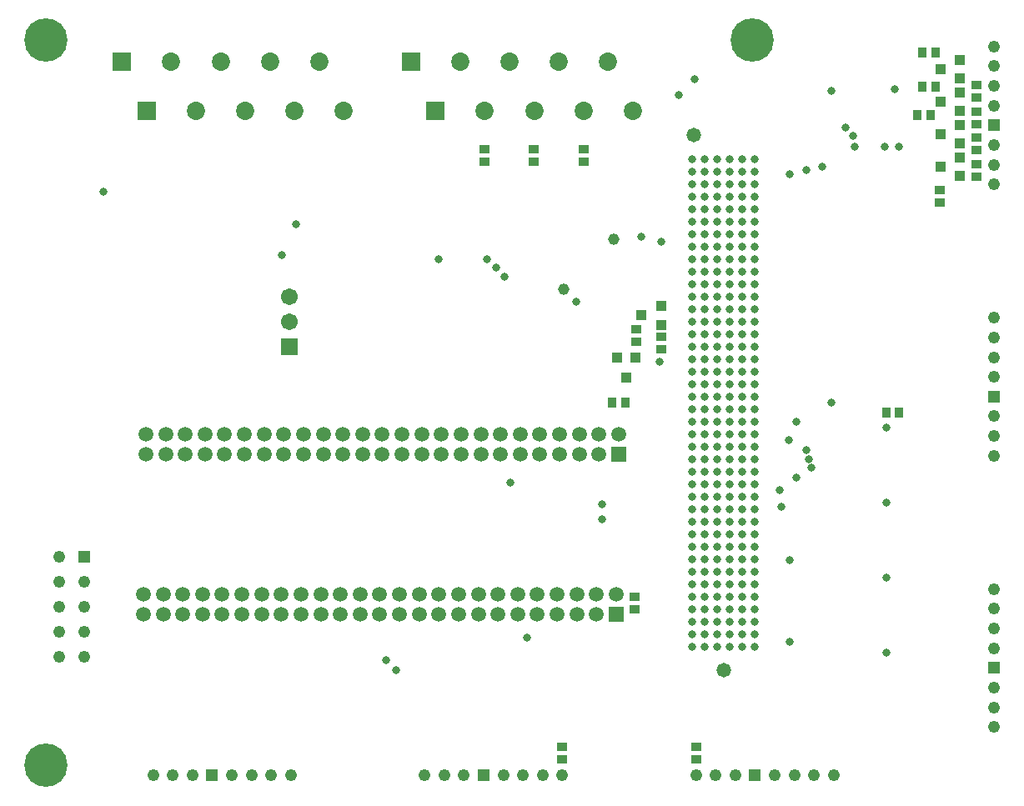
<source format=gts>
G75*
%MOIN*%
%OFA0B0*%
%FSLAX24Y24*%
%IPPOS*%
%LPD*%
%AMOC8*
5,1,8,0,0,1.08239X$1,22.5*
%
%ADD10R,0.0595X0.0595*%
%ADD11C,0.0595*%
%ADD12R,0.0477X0.0477*%
%ADD13C,0.0477*%
%ADD14C,0.0330*%
%ADD15C,0.0580*%
%ADD16R,0.0674X0.0674*%
%ADD17C,0.0674*%
%ADD18R,0.0730X0.0730*%
%ADD19C,0.0730*%
%ADD20R,0.0434X0.0395*%
%ADD21R,0.0434X0.0356*%
%ADD22R,0.0356X0.0434*%
%ADD23R,0.0395X0.0434*%
%ADD24C,0.1730*%
%ADD25C,0.0455*%
D10*
X024517Y007872D03*
X024617Y014272D03*
D11*
X023829Y014272D03*
X023042Y014272D03*
X023042Y015059D03*
X023829Y015059D03*
X024617Y015059D03*
X022254Y015059D03*
X021467Y015059D03*
X021467Y014272D03*
X020680Y014272D03*
X020680Y015059D03*
X019892Y015059D03*
X019892Y014272D03*
X019105Y014272D03*
X019105Y015059D03*
X018317Y015059D03*
X017530Y015059D03*
X017530Y014272D03*
X016743Y014272D03*
X016743Y015059D03*
X015955Y015059D03*
X015955Y014272D03*
X015168Y014272D03*
X014380Y014272D03*
X013593Y014272D03*
X012806Y014272D03*
X012806Y015059D03*
X013593Y015059D03*
X014380Y015059D03*
X015168Y015059D03*
X012018Y015059D03*
X012018Y014272D03*
X011231Y014272D03*
X011231Y015059D03*
X010443Y015059D03*
X010443Y014272D03*
X009656Y014272D03*
X008869Y014272D03*
X008869Y015059D03*
X009656Y015059D03*
X008081Y015059D03*
X008081Y014272D03*
X007294Y014272D03*
X007294Y015059D03*
X006506Y015059D03*
X006506Y014272D03*
X005719Y014272D03*
X005719Y015059D03*
X005619Y008659D03*
X005619Y007872D03*
X006406Y007872D03*
X006406Y008659D03*
X007194Y008659D03*
X007194Y007872D03*
X007981Y007872D03*
X007981Y008659D03*
X008769Y008659D03*
X008769Y007872D03*
X009556Y007872D03*
X010343Y007872D03*
X010343Y008659D03*
X009556Y008659D03*
X011131Y008659D03*
X011131Y007872D03*
X011918Y007872D03*
X012706Y007872D03*
X013493Y007872D03*
X014280Y007872D03*
X014280Y008659D03*
X013493Y008659D03*
X012706Y008659D03*
X011918Y008659D03*
X015068Y008659D03*
X015068Y007872D03*
X015855Y007872D03*
X015855Y008659D03*
X016643Y008659D03*
X016643Y007872D03*
X017430Y007872D03*
X017430Y008659D03*
X018217Y008659D03*
X018217Y007872D03*
X019005Y007872D03*
X019792Y007872D03*
X019792Y008659D03*
X019005Y008659D03*
X020580Y008659D03*
X020580Y007872D03*
X021367Y007872D03*
X022154Y007872D03*
X022154Y008659D03*
X021367Y008659D03*
X022942Y008659D03*
X022942Y007872D03*
X023729Y007872D03*
X023729Y008659D03*
X024517Y008659D03*
X022254Y014272D03*
X018317Y014272D03*
D12*
X003267Y010172D03*
X008367Y001422D03*
X019217Y001422D03*
X030067Y001422D03*
X039617Y005722D03*
X039617Y016572D03*
X039617Y027422D03*
D13*
X039617Y026635D03*
X039617Y025847D03*
X039617Y025060D03*
X039617Y028209D03*
X039617Y028997D03*
X039617Y029784D03*
X039617Y030572D03*
X039617Y019722D03*
X039617Y018934D03*
X039617Y018147D03*
X039617Y017359D03*
X039617Y015785D03*
X039617Y014997D03*
X039617Y014210D03*
X039617Y008872D03*
X039617Y008084D03*
X039617Y007297D03*
X039617Y006509D03*
X039617Y004935D03*
X039617Y004147D03*
X039617Y003360D03*
X033216Y001422D03*
X032429Y001422D03*
X031641Y001422D03*
X030854Y001422D03*
X029279Y001422D03*
X028492Y001422D03*
X027704Y001422D03*
X022366Y001422D03*
X021579Y001422D03*
X020791Y001422D03*
X020004Y001422D03*
X018429Y001422D03*
X017642Y001422D03*
X016854Y001422D03*
X011516Y001422D03*
X010729Y001422D03*
X009941Y001422D03*
X009154Y001422D03*
X007579Y001422D03*
X006792Y001422D03*
X006004Y001422D03*
X003267Y006172D03*
X002267Y006172D03*
X002267Y007172D03*
X003267Y007172D03*
X003267Y008172D03*
X002267Y008172D03*
X002267Y009172D03*
X003267Y009172D03*
X002267Y010172D03*
D14*
X015317Y006022D03*
X015717Y005622D03*
X020967Y006922D03*
X023967Y011672D03*
X023967Y012272D03*
X027567Y012082D03*
X028067Y012082D03*
X028567Y012082D03*
X029067Y012082D03*
X029067Y011582D03*
X028567Y011582D03*
X028067Y011582D03*
X027567Y011582D03*
X027567Y011082D03*
X028067Y011082D03*
X028567Y011082D03*
X029067Y011082D03*
X029067Y010582D03*
X028567Y010582D03*
X028067Y010582D03*
X027567Y010582D03*
X027567Y010082D03*
X028067Y010082D03*
X028567Y010082D03*
X029067Y010082D03*
X029067Y009582D03*
X028567Y009582D03*
X028067Y009582D03*
X027567Y009582D03*
X027567Y009082D03*
X028067Y009082D03*
X028567Y009082D03*
X029067Y009082D03*
X029067Y008582D03*
X028567Y008582D03*
X028067Y008582D03*
X027567Y008582D03*
X027567Y008082D03*
X028067Y008082D03*
X028567Y008082D03*
X029067Y008082D03*
X029067Y007582D03*
X028567Y007582D03*
X028067Y007582D03*
X027567Y007582D03*
X027567Y007082D03*
X028067Y007082D03*
X028567Y007082D03*
X029067Y007082D03*
X029067Y006582D03*
X028567Y006582D03*
X028067Y006582D03*
X027567Y006582D03*
X029567Y006582D03*
X030067Y006582D03*
X030067Y007082D03*
X029567Y007082D03*
X029567Y007582D03*
X030067Y007582D03*
X030067Y008082D03*
X029567Y008082D03*
X029567Y008582D03*
X030067Y008582D03*
X030067Y009082D03*
X029567Y009082D03*
X029567Y009582D03*
X030067Y009582D03*
X030067Y010082D03*
X029567Y010082D03*
X029567Y010582D03*
X030067Y010582D03*
X030067Y011082D03*
X029567Y011082D03*
X029567Y011582D03*
X030067Y011582D03*
X030067Y012082D03*
X029567Y012082D03*
X029567Y012582D03*
X030067Y012582D03*
X030067Y013082D03*
X029567Y013082D03*
X029567Y013582D03*
X030067Y013582D03*
X030067Y014082D03*
X029567Y014082D03*
X029567Y014582D03*
X030067Y014582D03*
X030067Y015082D03*
X030067Y015582D03*
X029567Y015582D03*
X029567Y015082D03*
X029067Y015082D03*
X029067Y015582D03*
X028567Y015582D03*
X028567Y015082D03*
X028067Y015082D03*
X028067Y015582D03*
X027567Y015582D03*
X027567Y015082D03*
X027567Y014582D03*
X028067Y014582D03*
X028567Y014582D03*
X029067Y014582D03*
X029067Y014082D03*
X029067Y013582D03*
X028567Y013582D03*
X028567Y014082D03*
X028067Y014082D03*
X028067Y013582D03*
X027567Y013582D03*
X027567Y014082D03*
X027567Y013082D03*
X028067Y013082D03*
X028567Y013082D03*
X029067Y013082D03*
X029067Y012582D03*
X028567Y012582D03*
X028067Y012582D03*
X027567Y012582D03*
X031067Y012822D03*
X031117Y012172D03*
X031717Y013322D03*
X032317Y013722D03*
X032217Y014072D03*
X032117Y014422D03*
X031417Y014822D03*
X031717Y015572D03*
X033117Y016322D03*
X035317Y015322D03*
X035317Y012322D03*
X035317Y009322D03*
X035317Y006322D03*
X031467Y006772D03*
X031467Y010022D03*
X030067Y016082D03*
X030067Y016582D03*
X029567Y016582D03*
X029567Y016082D03*
X029067Y016082D03*
X029067Y016582D03*
X028567Y016582D03*
X028567Y016082D03*
X028067Y016082D03*
X028067Y016582D03*
X027567Y016582D03*
X027567Y016082D03*
X027567Y017082D03*
X028067Y017082D03*
X028567Y017082D03*
X029067Y017082D03*
X029067Y017582D03*
X028567Y017582D03*
X028067Y017582D03*
X027567Y017582D03*
X027567Y018082D03*
X028067Y018082D03*
X028567Y018082D03*
X029067Y018082D03*
X029067Y018582D03*
X028567Y018582D03*
X028067Y018582D03*
X027567Y018582D03*
X027567Y019082D03*
X028067Y019082D03*
X028567Y019082D03*
X029067Y019082D03*
X029067Y019582D03*
X028567Y019582D03*
X028067Y019582D03*
X027567Y019582D03*
X027567Y020082D03*
X028067Y020082D03*
X028567Y020082D03*
X029067Y020082D03*
X029067Y020582D03*
X028567Y020582D03*
X028067Y020582D03*
X027567Y020582D03*
X027567Y021082D03*
X028067Y021082D03*
X028567Y021082D03*
X029067Y021082D03*
X029067Y021582D03*
X028567Y021582D03*
X028067Y021582D03*
X027567Y021582D03*
X027567Y022082D03*
X028067Y022082D03*
X028567Y022082D03*
X029067Y022082D03*
X029067Y022582D03*
X028567Y022582D03*
X028067Y022582D03*
X027567Y022582D03*
X027567Y023082D03*
X028067Y023082D03*
X028567Y023082D03*
X029067Y023082D03*
X029067Y023582D03*
X028567Y023582D03*
X028067Y023582D03*
X027567Y023582D03*
X027567Y024082D03*
X028067Y024082D03*
X028567Y024082D03*
X029067Y024082D03*
X029567Y024082D03*
X030067Y024082D03*
X030067Y023582D03*
X030067Y023082D03*
X029567Y023082D03*
X029567Y023582D03*
X029567Y022582D03*
X030067Y022582D03*
X030067Y022082D03*
X029567Y022082D03*
X029567Y021582D03*
X030067Y021582D03*
X030067Y021082D03*
X029567Y021082D03*
X029567Y020582D03*
X030067Y020582D03*
X030067Y020082D03*
X029567Y020082D03*
X029567Y019582D03*
X030067Y019582D03*
X030067Y019082D03*
X029567Y019082D03*
X029567Y018582D03*
X030067Y018582D03*
X030067Y018082D03*
X029567Y018082D03*
X029567Y017582D03*
X030067Y017582D03*
X030067Y017082D03*
X029567Y017082D03*
X026267Y017972D03*
X022917Y020372D03*
X020067Y021372D03*
X019717Y021722D03*
X019367Y022072D03*
X017417Y022072D03*
X011717Y023472D03*
X011167Y022222D03*
X004017Y024772D03*
X020297Y013142D03*
X026317Y022772D03*
X025517Y022972D03*
X027567Y024582D03*
X028067Y024582D03*
X028567Y024582D03*
X029067Y024582D03*
X029067Y025082D03*
X028567Y025082D03*
X028067Y025082D03*
X027567Y025082D03*
X027567Y025582D03*
X028067Y025582D03*
X028567Y025582D03*
X029067Y025582D03*
X029067Y026082D03*
X028567Y026082D03*
X028067Y026082D03*
X027567Y026082D03*
X029567Y026082D03*
X030067Y026082D03*
X030067Y025582D03*
X029567Y025582D03*
X029567Y025082D03*
X030067Y025082D03*
X030067Y024582D03*
X029567Y024582D03*
X031467Y025472D03*
X032117Y025622D03*
X032767Y025772D03*
X034067Y026572D03*
X033994Y027000D03*
X033679Y027335D03*
X035254Y026572D03*
X035817Y026572D03*
X035651Y028856D03*
X033133Y028806D03*
X027667Y029272D03*
X027017Y028622D03*
D15*
X027617Y027037D03*
X028817Y005627D03*
D16*
X011467Y018572D03*
D17*
X011467Y019572D03*
X011467Y020572D03*
D18*
X005751Y028004D03*
X004767Y029972D03*
X016317Y029972D03*
X017301Y028004D03*
D19*
X019269Y028004D03*
X021238Y028004D03*
X023206Y028004D03*
X025175Y028004D03*
X024191Y029972D03*
X022222Y029972D03*
X020254Y029972D03*
X018285Y029972D03*
X013625Y028004D03*
X011656Y028004D03*
X009688Y028004D03*
X007719Y028004D03*
X006735Y029972D03*
X008704Y029972D03*
X010672Y029972D03*
X012641Y029972D03*
D20*
X025523Y019822D03*
X026310Y019448D03*
X026310Y020196D03*
X037473Y025772D03*
X038260Y025398D03*
X038260Y026146D03*
X038260Y026698D03*
X038260Y027446D03*
X038260Y027998D03*
X038260Y028746D03*
X038260Y029298D03*
X038260Y030046D03*
X037473Y029672D03*
X037473Y028372D03*
X037473Y027072D03*
D21*
X038917Y026928D03*
X038917Y027466D03*
X038917Y027978D03*
X038917Y028516D03*
X038917Y029028D03*
X038917Y026416D03*
X038917Y025878D03*
X038917Y025366D03*
X037467Y024828D03*
X037467Y024316D03*
X026317Y018978D03*
X026317Y018466D03*
X025317Y018766D03*
X025317Y019278D03*
X023217Y025966D03*
X023217Y026478D03*
X021217Y026478D03*
X021217Y025966D03*
X019267Y025966D03*
X019267Y026478D03*
X025267Y008578D03*
X025267Y008066D03*
X027717Y002578D03*
X027717Y002066D03*
X022367Y002066D03*
X022367Y002578D03*
D22*
X035311Y015922D03*
X035823Y015922D03*
X024873Y016322D03*
X024361Y016322D03*
X036561Y027822D03*
X037073Y027822D03*
X037273Y028972D03*
X036761Y028972D03*
X036761Y030322D03*
X037273Y030322D03*
D23*
X025291Y018116D03*
X024543Y018116D03*
X024917Y017328D03*
D24*
X001727Y001832D03*
X001727Y030822D03*
X029967Y030822D03*
D25*
X024417Y022872D03*
X022417Y020872D03*
M02*

</source>
